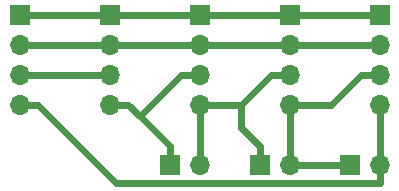
<source format=gbl>
G04 #@! TF.GenerationSoftware,KiCad,Pcbnew,5.0.2-bee76a0~70~ubuntu18.04.1*
G04 #@! TF.CreationDate,2019-03-31T17:31:53+02:00*
G04 #@! TF.ProjectId,SPIDaisy,544d4353-5049-4323-9636-302e6b696361,rev?*
G04 #@! TF.SameCoordinates,Original*
G04 #@! TF.FileFunction,Copper,L2,Bot*
G04 #@! TF.FilePolarity,Positive*
%FSLAX46Y46*%
G04 Gerber Fmt 4.6, Leading zero omitted, Abs format (unit mm)*
G04 Created by KiCad (PCBNEW 5.0.2-bee76a0~70~ubuntu18.04.1) date 2019-03-31T17:31:53 CEST*
%MOMM*%
%LPD*%
G01*
G04 APERTURE LIST*
G04 #@! TA.AperFunction,ComponentPad*
%ADD10R,1.700000X1.700000*%
G04 #@! TD*
G04 #@! TA.AperFunction,ComponentPad*
%ADD11O,1.700000X1.700000*%
G04 #@! TD*
G04 #@! TA.AperFunction,Conductor*
%ADD12C,0.600000*%
G04 #@! TD*
G04 APERTURE END LIST*
D10*
G04 #@! TO.P,J1,1*
G04 #@! TO.N,/CSn*
X99060000Y-91440000D03*
D11*
G04 #@! TO.P,J1,2*
G04 #@! TO.N,/SCK*
X99060000Y-93980000D03*
G04 #@! TO.P,J1,3*
G04 #@! TO.N,/SDI*
X99060000Y-96520000D03*
G04 #@! TO.P,J1,4*
G04 #@! TO.N,/SDO*
X99060000Y-99060000D03*
G04 #@! TD*
D10*
G04 #@! TO.P,J2,1*
G04 #@! TO.N,Net-(J2-Pad1)*
X111760000Y-104140000D03*
D11*
G04 #@! TO.P,J2,2*
G04 #@! TO.N,Net-(J2-Pad2)*
X114300000Y-104140000D03*
G04 #@! TD*
G04 #@! TO.P,J3,2*
G04 #@! TO.N,Net-(J3-Pad2)*
X121920000Y-104140000D03*
D10*
G04 #@! TO.P,J3,1*
G04 #@! TO.N,Net-(J2-Pad2)*
X119380000Y-104140000D03*
G04 #@! TD*
G04 #@! TO.P,J4,1*
G04 #@! TO.N,Net-(J3-Pad2)*
X127000000Y-104140000D03*
D11*
G04 #@! TO.P,J4,2*
G04 #@! TO.N,/SDO*
X129540000Y-104140000D03*
G04 #@! TD*
G04 #@! TO.P,P1,4*
G04 #@! TO.N,Net-(J2-Pad1)*
X106680000Y-99060000D03*
G04 #@! TO.P,P1,3*
G04 #@! TO.N,/SDI*
X106680000Y-96520000D03*
G04 #@! TO.P,P1,2*
G04 #@! TO.N,/SCK*
X106680000Y-93980000D03*
D10*
G04 #@! TO.P,P1,1*
G04 #@! TO.N,/CSn*
X106680000Y-91440000D03*
G04 #@! TD*
G04 #@! TO.P,P2,1*
G04 #@! TO.N,/CSn*
X114300000Y-91440000D03*
D11*
G04 #@! TO.P,P2,2*
G04 #@! TO.N,/SCK*
X114300000Y-93980000D03*
G04 #@! TO.P,P2,3*
G04 #@! TO.N,Net-(J2-Pad1)*
X114300000Y-96520000D03*
G04 #@! TO.P,P2,4*
G04 #@! TO.N,Net-(J2-Pad2)*
X114300000Y-99060000D03*
G04 #@! TD*
G04 #@! TO.P,P3,4*
G04 #@! TO.N,Net-(J3-Pad2)*
X121920000Y-99060000D03*
G04 #@! TO.P,P3,3*
G04 #@! TO.N,Net-(J2-Pad2)*
X121920000Y-96520000D03*
G04 #@! TO.P,P3,2*
G04 #@! TO.N,/SCK*
X121920000Y-93980000D03*
D10*
G04 #@! TO.P,P3,1*
G04 #@! TO.N,/CSn*
X121920000Y-91440000D03*
G04 #@! TD*
G04 #@! TO.P,P4,1*
G04 #@! TO.N,/CSn*
X129540000Y-91440000D03*
D11*
G04 #@! TO.P,P4,2*
G04 #@! TO.N,/SCK*
X129540000Y-93980000D03*
G04 #@! TO.P,P4,3*
G04 #@! TO.N,Net-(J3-Pad2)*
X129540000Y-96520000D03*
G04 #@! TO.P,P4,4*
G04 #@! TO.N,/SDO*
X129540000Y-99060000D03*
G04 #@! TD*
D12*
G04 #@! TO.N,/CSn*
X106680000Y-91440000D02*
X99060000Y-91440000D01*
X114300000Y-91440000D02*
X106680000Y-91440000D01*
X121920000Y-91440000D02*
X114300000Y-91440000D01*
X129540000Y-91440000D02*
X121920000Y-91440000D01*
G04 #@! TO.N,/SCK*
X106680000Y-93980000D02*
X99060000Y-93980000D01*
X114300000Y-93980000D02*
X106680000Y-93980000D01*
X121920000Y-93980000D02*
X114300000Y-93980000D01*
X129540000Y-93980000D02*
X121920000Y-93980000D01*
G04 #@! TO.N,/SDI*
X106680000Y-96520000D02*
X99060000Y-96520000D01*
G04 #@! TO.N,/SDO*
X99060000Y-99060000D02*
X100610300Y-99060000D01*
X129540000Y-104140000D02*
X129540000Y-105690300D01*
X129540000Y-105690300D02*
X107240600Y-105690300D01*
X107240600Y-105690300D02*
X100610300Y-99060000D01*
X129540000Y-99060000D02*
X129540000Y-104140000D01*
G04 #@! TO.N,Net-(J2-Pad1)*
X109220000Y-100049700D02*
X111760000Y-102589700D01*
X108230300Y-99060000D02*
X109220000Y-100049700D01*
X112749700Y-96520000D02*
X109220000Y-100049700D01*
X114300000Y-96520000D02*
X112749700Y-96520000D01*
X111760000Y-104140000D02*
X111760000Y-102589700D01*
X106680000Y-99060000D02*
X108230300Y-99060000D01*
G04 #@! TO.N,Net-(J2-Pad2)*
X119380000Y-104140000D02*
X119380000Y-102589700D01*
X117829700Y-99060000D02*
X114300000Y-99060000D01*
X120369700Y-96520000D02*
X117829700Y-99060000D01*
X119380000Y-102589700D02*
X117829700Y-101039400D01*
X117829700Y-101039400D02*
X117829700Y-99060000D01*
X114300000Y-99060000D02*
X114300000Y-102589700D01*
X114300000Y-104140000D02*
X114300000Y-102589700D01*
X121920000Y-96520000D02*
X120369700Y-96520000D01*
G04 #@! TO.N,Net-(J3-Pad2)*
X121920000Y-99060000D02*
X125449700Y-99060000D01*
X125449700Y-99060000D02*
X127989700Y-96520000D01*
X129540000Y-96520000D02*
X127989700Y-96520000D01*
X121920000Y-99060000D02*
X121920000Y-104140000D01*
X121920000Y-104140000D02*
X125449700Y-104140000D01*
X127000000Y-104140000D02*
X125449700Y-104140000D01*
G04 #@! TD*
M02*

</source>
